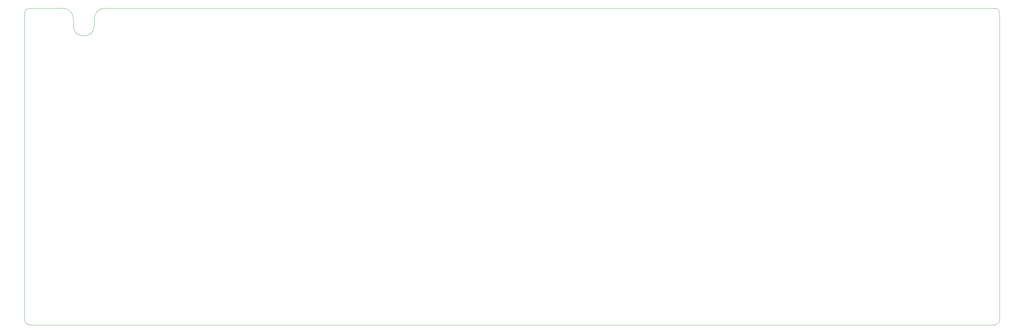
<source format=gbr>
G04 #@! TF.GenerationSoftware,KiCad,Pcbnew,(5.1.2)-2*
G04 #@! TF.CreationDate,2019-08-06T12:27:54+02:00*
G04 #@! TF.ProjectId,keyboard,6b657962-6f61-4726-942e-6b696361645f,A*
G04 #@! TF.SameCoordinates,Original*
G04 #@! TF.FileFunction,Profile,NP*
%FSLAX46Y46*%
G04 Gerber Fmt 4.6, Leading zero omitted, Abs format (unit mm)*
G04 Created by KiCad (PCBNEW (5.1.2)-2) date 2019-08-06 12:27:54*
%MOMM*%
%LPD*%
G04 APERTURE LIST*
%ADD10C,0.099100*%
G04 APERTURE END LIST*
D10*
X80630000Y-78130000D02*
X80630000Y-76130000D01*
X74630000Y-78130000D02*
X74630000Y-76130000D01*
X83630000Y-73130000D02*
G75*
G03X80630000Y-76130000I0J-3000000D01*
G01*
X80630000Y-78130000D02*
G75*
G02X74630000Y-78130000I-3000000J0D01*
G01*
X74630000Y-76130000D02*
G75*
G03X71630000Y-73130000I-3000000J0D01*
G01*
X339130000Y-73130000D02*
G75*
G02X340630000Y-74630000I0J-1500000D01*
G01*
X340630000Y-162630000D02*
G75*
G02X339130000Y-164130000I-1500000J0D01*
G01*
X62130000Y-164130000D02*
G75*
G02X60630000Y-162630000I0J1500000D01*
G01*
X62130000Y-73130000D02*
X71630000Y-73130000D01*
X62130000Y-73130000D02*
G75*
G03X60630000Y-74630000I0J-1500000D01*
G01*
X83630000Y-73130000D02*
X339130000Y-73130000D01*
X340630000Y-162630000D02*
X340630000Y-74630000D01*
X62130000Y-164130000D02*
X339130000Y-164130000D01*
X60630000Y-74630000D02*
X60630000Y-162630000D01*
M02*

</source>
